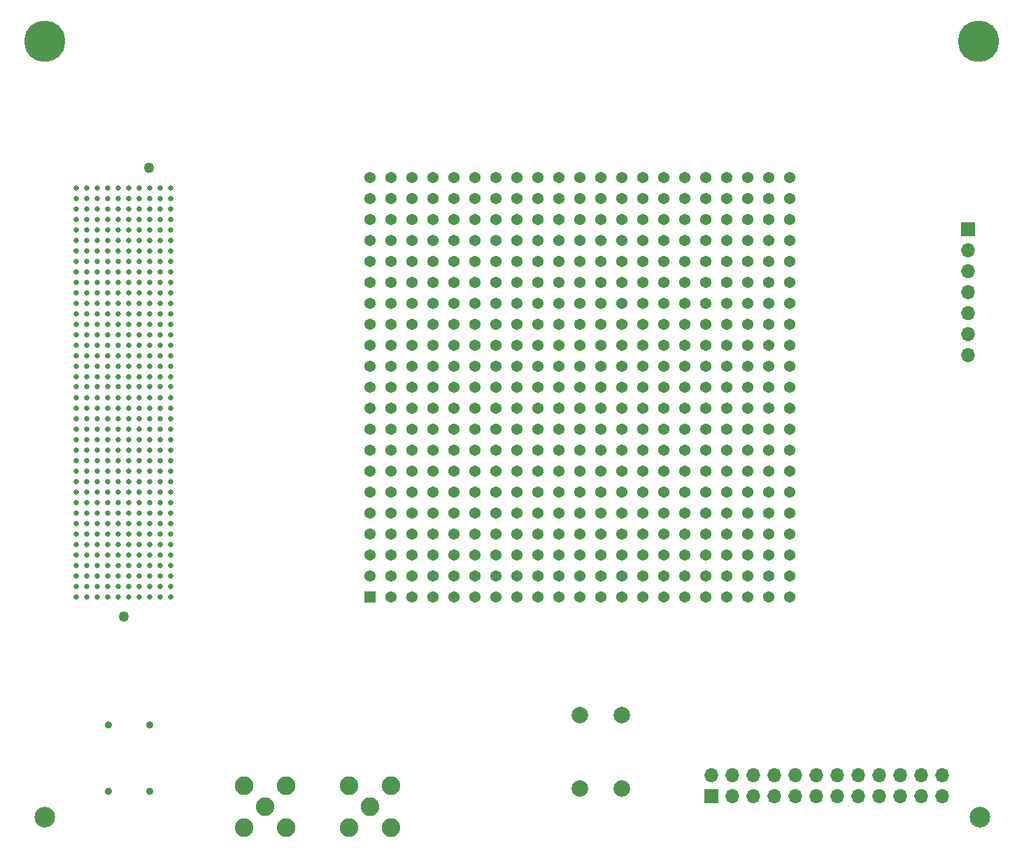
<source format=gbr>
%TF.GenerationSoftware,KiCad,Pcbnew,(6.0.9-0)*%
%TF.CreationDate,2022-12-19T14:05:18-05:00*%
%TF.ProjectId,ember-pcb,656d6265-722d-4706-9362-2e6b69636164,rev?*%
%TF.SameCoordinates,Original*%
%TF.FileFunction,Soldermask,Bot*%
%TF.FilePolarity,Negative*%
%FSLAX46Y46*%
G04 Gerber Fmt 4.6, Leading zero omitted, Abs format (unit mm)*
G04 Created by KiCad (PCBNEW (6.0.9-0)) date 2022-12-19 14:05:18*
%MOMM*%
%LPD*%
G01*
G04 APERTURE LIST*
%ADD10C,2.500000*%
%ADD11C,0.900000*%
%ADD12C,5.000000*%
%ADD13R,1.700000X1.700000*%
%ADD14O,1.700000X1.700000*%
%ADD15C,2.000000*%
%ADD16C,2.250000*%
%ADD17R,1.368000X1.368000*%
%ADD18C,1.368000*%
%ADD19C,1.270000*%
%ADD20C,0.640000*%
G04 APERTURE END LIST*
D10*
%TO.C,H3*%
X185577000Y-144990000D03*
%TD*%
D11*
%TO.C,SW2*%
X80085000Y-141930000D03*
X85085000Y-141930000D03*
%TD*%
D12*
%TO.C,H1*%
X72420000Y-51010000D03*
%TD*%
D13*
%TO.C,J3*%
X153060000Y-142455000D03*
D14*
X153060000Y-139915000D03*
X155600000Y-142455000D03*
X155600000Y-139915000D03*
X158140000Y-142455000D03*
X158140000Y-139915000D03*
X160680000Y-142455000D03*
X160680000Y-139915000D03*
X163220000Y-142455000D03*
X163220000Y-139915000D03*
X165760000Y-142455000D03*
X165760000Y-139915000D03*
X168300000Y-142455000D03*
X168300000Y-139915000D03*
X170840000Y-142455000D03*
X170840000Y-139915000D03*
X173380000Y-142455000D03*
X173380000Y-139915000D03*
X175920000Y-142455000D03*
X175920000Y-139915000D03*
X178460000Y-142455000D03*
X178460000Y-139915000D03*
X181000000Y-142455000D03*
X181000000Y-139915000D03*
%TD*%
D15*
%TO.C,FB1*%
X137165000Y-132710000D03*
X142245000Y-132710000D03*
%TD*%
D13*
%TO.C,J4*%
X184180000Y-73865000D03*
D14*
X184180000Y-76405000D03*
X184180000Y-78945000D03*
X184180000Y-81485000D03*
X184180000Y-84025000D03*
X184180000Y-86565000D03*
X184180000Y-89105000D03*
%TD*%
D15*
%TO.C,FB2*%
X137165000Y-141600000D03*
X142245000Y-141600000D03*
%TD*%
D10*
%TO.C,H4*%
X72420000Y-144990000D03*
%TD*%
D16*
%TO.C,J5*%
X99065000Y-143720000D03*
X101605000Y-146260000D03*
X96525000Y-141180000D03*
X96525000Y-146260000D03*
X101605000Y-141180000D03*
%TD*%
D11*
%TO.C,SW1*%
X80085000Y-133885000D03*
X85085000Y-133885000D03*
%TD*%
D16*
%TO.C,J2*%
X111765000Y-143720000D03*
X114305000Y-141180000D03*
X114305000Y-146260000D03*
X109225000Y-141180000D03*
X109225000Y-146260000D03*
%TD*%
D17*
%TO.C,U1*%
X111790000Y-118320000D03*
D18*
X114330000Y-118320000D03*
X116870000Y-118320000D03*
X119410000Y-118320000D03*
X121950000Y-118320000D03*
X124490000Y-118320000D03*
X127030000Y-118320000D03*
X129570000Y-118320000D03*
X132110000Y-118320000D03*
X134650000Y-118320000D03*
X137190000Y-118320000D03*
X139730000Y-118320000D03*
X142270000Y-118320000D03*
X144810000Y-118320000D03*
X147350000Y-118320000D03*
X149890000Y-118320000D03*
X152430000Y-118320000D03*
X154970000Y-118320000D03*
X157510000Y-118320000D03*
X160050000Y-118320000D03*
X162590000Y-118320000D03*
X111790000Y-115780000D03*
X114330000Y-115780000D03*
X116870000Y-115780000D03*
X119410000Y-115780000D03*
X121950000Y-115780000D03*
X124490000Y-115780000D03*
X127030000Y-115780000D03*
X129570000Y-115780000D03*
X132110000Y-115780000D03*
X134650000Y-115780000D03*
X137190000Y-115780000D03*
X139730000Y-115780000D03*
X142270000Y-115780000D03*
X144810000Y-115780000D03*
X147350000Y-115780000D03*
X149890000Y-115780000D03*
X152430000Y-115780000D03*
X154970000Y-115780000D03*
X157510000Y-115780000D03*
X160050000Y-115780000D03*
X162590000Y-115780000D03*
X111790000Y-113240000D03*
X114330000Y-113240000D03*
X116870000Y-113240000D03*
X119410000Y-113240000D03*
X121950000Y-113240000D03*
X124490000Y-113240000D03*
X127030000Y-113240000D03*
X129570000Y-113240000D03*
X132110000Y-113240000D03*
X134650000Y-113240000D03*
X137190000Y-113240000D03*
X139730000Y-113240000D03*
X142270000Y-113240000D03*
X144810000Y-113240000D03*
X147350000Y-113240000D03*
X149890000Y-113240000D03*
X152430000Y-113240000D03*
X154970000Y-113240000D03*
X157510000Y-113240000D03*
X160050000Y-113240000D03*
X162590000Y-113240000D03*
X111790000Y-110700000D03*
X114330000Y-110700000D03*
X116870000Y-110700000D03*
X119410000Y-110700000D03*
X121950000Y-110700000D03*
X124490000Y-110700000D03*
X127030000Y-110700000D03*
X129570000Y-110700000D03*
X132110000Y-110700000D03*
X134650000Y-110700000D03*
X137190000Y-110700000D03*
X139730000Y-110700000D03*
X142270000Y-110700000D03*
X144810000Y-110700000D03*
X147350000Y-110700000D03*
X149890000Y-110700000D03*
X152430000Y-110700000D03*
X154970000Y-110700000D03*
X157510000Y-110700000D03*
X160050000Y-110700000D03*
X162590000Y-110700000D03*
X111790000Y-108160000D03*
X114330000Y-108160000D03*
X116870000Y-108160000D03*
X119410000Y-108160000D03*
X121950000Y-108160000D03*
X124490000Y-108160000D03*
X127030000Y-108160000D03*
X129570000Y-108160000D03*
X132110000Y-108160000D03*
X134650000Y-108160000D03*
X137190000Y-108160000D03*
X139730000Y-108160000D03*
X142270000Y-108160000D03*
X144810000Y-108160000D03*
X147350000Y-108160000D03*
X149890000Y-108160000D03*
X152430000Y-108160000D03*
X154970000Y-108160000D03*
X157510000Y-108160000D03*
X160050000Y-108160000D03*
X162590000Y-108160000D03*
X111790000Y-105620000D03*
X114330000Y-105620000D03*
X116870000Y-105620000D03*
X119410000Y-105620000D03*
X121950000Y-105620000D03*
X124490000Y-105620000D03*
X127030000Y-105620000D03*
X129570000Y-105620000D03*
X132110000Y-105620000D03*
X134650000Y-105620000D03*
X137190000Y-105620000D03*
X139730000Y-105620000D03*
X142270000Y-105620000D03*
X144810000Y-105620000D03*
X147350000Y-105620000D03*
X149890000Y-105620000D03*
X152430000Y-105620000D03*
X154970000Y-105620000D03*
X157510000Y-105620000D03*
X160050000Y-105620000D03*
X162590000Y-105620000D03*
X111790000Y-103080000D03*
X114330000Y-103080000D03*
X116870000Y-103080000D03*
X119410000Y-103080000D03*
X121950000Y-103080000D03*
X124490000Y-103080000D03*
X127030000Y-103080000D03*
X129570000Y-103080000D03*
X132110000Y-103080000D03*
X134650000Y-103080000D03*
X137190000Y-103080000D03*
X139730000Y-103080000D03*
X142270000Y-103080000D03*
X144810000Y-103080000D03*
X147350000Y-103080000D03*
X149890000Y-103080000D03*
X152430000Y-103080000D03*
X154970000Y-103080000D03*
X157510000Y-103080000D03*
X160050000Y-103080000D03*
X162590000Y-103080000D03*
X111790000Y-100540000D03*
X114330000Y-100540000D03*
X116870000Y-100540000D03*
X119410000Y-100540000D03*
X121950000Y-100540000D03*
X124490000Y-100540000D03*
X127030000Y-100540000D03*
X129570000Y-100540000D03*
X132110000Y-100540000D03*
X134650000Y-100540000D03*
X137190000Y-100540000D03*
X139730000Y-100540000D03*
X142270000Y-100540000D03*
X144810000Y-100540000D03*
X147350000Y-100540000D03*
X149890000Y-100540000D03*
X152430000Y-100540000D03*
X154970000Y-100540000D03*
X157510000Y-100540000D03*
X160050000Y-100540000D03*
X162590000Y-100540000D03*
X111790000Y-98000000D03*
X114330000Y-98000000D03*
X116870000Y-98000000D03*
X119410000Y-98000000D03*
X121950000Y-98000000D03*
X124490000Y-98000000D03*
X127030000Y-98000000D03*
X129570000Y-98000000D03*
X132110000Y-98000000D03*
X134650000Y-98000000D03*
X137190000Y-98000000D03*
X139730000Y-98000000D03*
X142270000Y-98000000D03*
X144810000Y-98000000D03*
X147350000Y-98000000D03*
X149890000Y-98000000D03*
X152430000Y-98000000D03*
X154970000Y-98000000D03*
X157510000Y-98000000D03*
X160050000Y-98000000D03*
X162590000Y-98000000D03*
X111790000Y-95460000D03*
X114330000Y-95460000D03*
X116870000Y-95460000D03*
X119410000Y-95460000D03*
X121950000Y-95460000D03*
X124490000Y-95460000D03*
X127030000Y-95460000D03*
X129570000Y-95460000D03*
X132110000Y-95460000D03*
X134650000Y-95460000D03*
X137190000Y-95460000D03*
X139730000Y-95460000D03*
X142270000Y-95460000D03*
X144810000Y-95460000D03*
X147350000Y-95460000D03*
X149890000Y-95460000D03*
X152430000Y-95460000D03*
X154970000Y-95460000D03*
X157510000Y-95460000D03*
X160050000Y-95460000D03*
X162590000Y-95460000D03*
X111790000Y-92920000D03*
X114330000Y-92920000D03*
X116870000Y-92920000D03*
X119410000Y-92920000D03*
X121950000Y-92920000D03*
X124490000Y-92920000D03*
X127030000Y-92920000D03*
X129570000Y-92920000D03*
X132110000Y-92920000D03*
X134650000Y-92920000D03*
X137190000Y-92920000D03*
X139730000Y-92920000D03*
X142270000Y-92920000D03*
X144810000Y-92920000D03*
X147350000Y-92920000D03*
X149890000Y-92920000D03*
X152430000Y-92920000D03*
X154970000Y-92920000D03*
X157510000Y-92920000D03*
X160050000Y-92920000D03*
X162590000Y-92920000D03*
X111790000Y-90380000D03*
X114330000Y-90380000D03*
X116870000Y-90380000D03*
X119410000Y-90380000D03*
X121950000Y-90380000D03*
X124490000Y-90380000D03*
X127030000Y-90380000D03*
X129570000Y-90380000D03*
X132110000Y-90380000D03*
X134650000Y-90380000D03*
X137190000Y-90380000D03*
X139730000Y-90380000D03*
X142270000Y-90380000D03*
X144810000Y-90380000D03*
X147350000Y-90380000D03*
X149890000Y-90380000D03*
X152430000Y-90380000D03*
X154970000Y-90380000D03*
X157510000Y-90380000D03*
X160050000Y-90380000D03*
X162590000Y-90380000D03*
X111790000Y-87840000D03*
X114330000Y-87840000D03*
X116870000Y-87840000D03*
X119410000Y-87840000D03*
X121950000Y-87840000D03*
X124490000Y-87840000D03*
X127030000Y-87840000D03*
X129570000Y-87840000D03*
X132110000Y-87840000D03*
X134650000Y-87840000D03*
X137190000Y-87840000D03*
X139730000Y-87840000D03*
X142270000Y-87840000D03*
X144810000Y-87840000D03*
X147350000Y-87840000D03*
X149890000Y-87840000D03*
X152430000Y-87840000D03*
X154970000Y-87840000D03*
X157510000Y-87840000D03*
X160050000Y-87840000D03*
X162590000Y-87840000D03*
X111790000Y-85300000D03*
X114330000Y-85300000D03*
X116870000Y-85300000D03*
X119410000Y-85300000D03*
X121950000Y-85300000D03*
X124490000Y-85300000D03*
X127030000Y-85300000D03*
X129570000Y-85300000D03*
X132110000Y-85300000D03*
X134650000Y-85300000D03*
X137190000Y-85300000D03*
X139730000Y-85300000D03*
X142270000Y-85300000D03*
X144810000Y-85300000D03*
X147350000Y-85300000D03*
X149890000Y-85300000D03*
X152430000Y-85300000D03*
X154970000Y-85300000D03*
X157510000Y-85300000D03*
X160050000Y-85300000D03*
X162590000Y-85300000D03*
X111790000Y-82760000D03*
X114330000Y-82760000D03*
X116870000Y-82760000D03*
X119410000Y-82760000D03*
X121950000Y-82760000D03*
X124490000Y-82760000D03*
X127030000Y-82760000D03*
X129570000Y-82760000D03*
X132110000Y-82760000D03*
X134650000Y-82760000D03*
X137190000Y-82760000D03*
X139730000Y-82760000D03*
X142270000Y-82760000D03*
X144810000Y-82760000D03*
X147350000Y-82760000D03*
X149890000Y-82760000D03*
X152430000Y-82760000D03*
X154970000Y-82760000D03*
X157510000Y-82760000D03*
X160050000Y-82760000D03*
X162590000Y-82760000D03*
X111790000Y-80220000D03*
X114330000Y-80220000D03*
X116870000Y-80220000D03*
X119410000Y-80220000D03*
X121950000Y-80220000D03*
X124490000Y-80220000D03*
X127030000Y-80220000D03*
X129570000Y-80220000D03*
X132110000Y-80220000D03*
X134650000Y-80220000D03*
X137190000Y-80220000D03*
X139730000Y-80220000D03*
X142270000Y-80220000D03*
X144810000Y-80220000D03*
X147350000Y-80220000D03*
X149890000Y-80220000D03*
X152430000Y-80220000D03*
X154970000Y-80220000D03*
X157510000Y-80220000D03*
X160050000Y-80220000D03*
X162590000Y-80220000D03*
X111790000Y-77680000D03*
X114330000Y-77680000D03*
X116870000Y-77680000D03*
X119410000Y-77680000D03*
X121950000Y-77680000D03*
X124490000Y-77680000D03*
X127030000Y-77680000D03*
X129570000Y-77680000D03*
X132110000Y-77680000D03*
X134650000Y-77680000D03*
X137190000Y-77680000D03*
X139730000Y-77680000D03*
X142270000Y-77680000D03*
X144810000Y-77680000D03*
X147350000Y-77680000D03*
X149890000Y-77680000D03*
X152430000Y-77680000D03*
X154970000Y-77680000D03*
X157510000Y-77680000D03*
X160050000Y-77680000D03*
X162590000Y-77680000D03*
X111790000Y-75140000D03*
X114330000Y-75140000D03*
X116870000Y-75140000D03*
X119410000Y-75140000D03*
X121950000Y-75140000D03*
X124490000Y-75140000D03*
X127030000Y-75140000D03*
X129570000Y-75140000D03*
X132110000Y-75140000D03*
X134650000Y-75140000D03*
X137190000Y-75140000D03*
X139730000Y-75140000D03*
X142270000Y-75140000D03*
X144810000Y-75140000D03*
X147350000Y-75140000D03*
X149890000Y-75140000D03*
X152430000Y-75140000D03*
X154970000Y-75140000D03*
X157510000Y-75140000D03*
X160050000Y-75140000D03*
X162590000Y-75140000D03*
X111790000Y-72600000D03*
X114330000Y-72600000D03*
X116870000Y-72600000D03*
X119410000Y-72600000D03*
X121950000Y-72600000D03*
X124490000Y-72600000D03*
X127030000Y-72600000D03*
X129570000Y-72600000D03*
X132110000Y-72600000D03*
X134650000Y-72600000D03*
X137190000Y-72600000D03*
X139730000Y-72600000D03*
X142270000Y-72600000D03*
X144810000Y-72600000D03*
X147350000Y-72600000D03*
X149890000Y-72600000D03*
X152430000Y-72600000D03*
X154970000Y-72600000D03*
X157510000Y-72600000D03*
X160050000Y-72600000D03*
X162590000Y-72600000D03*
X111790000Y-70060000D03*
X114330000Y-70060000D03*
X116870000Y-70060000D03*
X119410000Y-70060000D03*
X121950000Y-70060000D03*
X124490000Y-70060000D03*
X127030000Y-70060000D03*
X129570000Y-70060000D03*
X132110000Y-70060000D03*
X134650000Y-70060000D03*
X137190000Y-70060000D03*
X139730000Y-70060000D03*
X142270000Y-70060000D03*
X144810000Y-70060000D03*
X147350000Y-70060000D03*
X149890000Y-70060000D03*
X152430000Y-70060000D03*
X154970000Y-70060000D03*
X157510000Y-70060000D03*
X160050000Y-70060000D03*
X162590000Y-70060000D03*
X111790000Y-67520000D03*
X114330000Y-67520000D03*
X116870000Y-67520000D03*
X119410000Y-67520000D03*
X121950000Y-67520000D03*
X124490000Y-67520000D03*
X127030000Y-67520000D03*
X129570000Y-67520000D03*
X132110000Y-67520000D03*
X134650000Y-67520000D03*
X137190000Y-67520000D03*
X139730000Y-67520000D03*
X142270000Y-67520000D03*
X144810000Y-67520000D03*
X147350000Y-67520000D03*
X149890000Y-67520000D03*
X152430000Y-67520000D03*
X154970000Y-67520000D03*
X157510000Y-67520000D03*
X160050000Y-67520000D03*
X162590000Y-67520000D03*
%TD*%
D12*
%TO.C,H2*%
X185450000Y-51010000D03*
%TD*%
D19*
%TO.C,J1*%
X81945000Y-120745000D03*
X84995000Y-66365000D03*
D20*
X76230000Y-118320000D03*
X76230000Y-117050000D03*
X76230000Y-115780000D03*
X76230000Y-114510000D03*
X76230000Y-113240000D03*
X76230000Y-111970000D03*
X76230000Y-110700000D03*
X76230000Y-109430000D03*
X76230000Y-108160000D03*
X76230000Y-106890000D03*
X76230000Y-105620000D03*
X76230000Y-104350000D03*
X76230000Y-103080000D03*
X76230000Y-101810000D03*
X76230000Y-100540000D03*
X76230000Y-99270000D03*
X76230000Y-98000000D03*
X76230000Y-96730000D03*
X76230000Y-95460000D03*
X76230000Y-94195000D03*
X76230000Y-92915000D03*
X76230000Y-91650000D03*
X76230000Y-90380000D03*
X76230000Y-89110000D03*
X76230000Y-87840000D03*
X76230000Y-86570000D03*
X76230000Y-85300000D03*
X76230000Y-84030000D03*
X76230000Y-82760000D03*
X76230000Y-81490000D03*
X76230000Y-80220000D03*
X76230000Y-78950000D03*
X76230000Y-77680000D03*
X76230000Y-76410000D03*
X76230000Y-75140000D03*
X76230000Y-73870000D03*
X76230000Y-72600000D03*
X76230000Y-71330000D03*
X76230000Y-70060000D03*
X76230000Y-68790000D03*
X77500000Y-118320000D03*
X77500000Y-117050000D03*
X77500000Y-115780000D03*
X77500000Y-114510000D03*
X77500000Y-113240000D03*
X77500000Y-111970000D03*
X77500000Y-110700000D03*
X77500000Y-109430000D03*
X77500000Y-108160000D03*
X77500000Y-106890000D03*
X77500000Y-105620000D03*
X77500000Y-104350000D03*
X77500000Y-103080000D03*
X77500000Y-101810000D03*
X77500000Y-100540000D03*
X77500000Y-99270000D03*
X77500000Y-98000000D03*
X77500000Y-96730000D03*
X77500000Y-95460000D03*
X77500000Y-94195000D03*
X77500000Y-92915000D03*
X77500000Y-91650000D03*
X77500000Y-90380000D03*
X77500000Y-89110000D03*
X77500000Y-87840000D03*
X77500000Y-86570000D03*
X77500000Y-85300000D03*
X77500000Y-84030000D03*
X77500000Y-82760000D03*
X77500000Y-81490000D03*
X77500000Y-80220000D03*
X77500000Y-78950000D03*
X77500000Y-77680000D03*
X77500000Y-76410000D03*
X77500000Y-75140000D03*
X77500000Y-73870000D03*
X77500000Y-72600000D03*
X77500000Y-71330000D03*
X77500000Y-70060000D03*
X77500000Y-68790000D03*
X78770000Y-118320000D03*
X78770000Y-117050000D03*
X78770000Y-115780000D03*
X78770000Y-114510000D03*
X78770000Y-113240000D03*
X78770000Y-111970000D03*
X78770000Y-110700000D03*
X78770000Y-109430000D03*
X78770000Y-108160000D03*
X78770000Y-106890000D03*
X78770000Y-105620000D03*
X78770000Y-104350000D03*
X78770000Y-103080000D03*
X78770000Y-101810000D03*
X78770000Y-100540000D03*
X78770000Y-99270000D03*
X78770000Y-98000000D03*
X78770000Y-96730000D03*
X78770000Y-95460000D03*
X78770000Y-94195000D03*
X78770000Y-92915000D03*
X78770000Y-91650000D03*
X78770000Y-90380000D03*
X78770000Y-89110000D03*
X78770000Y-87840000D03*
X78770000Y-86570000D03*
X78770000Y-85300000D03*
X78770000Y-84030000D03*
X78770000Y-82760000D03*
X78770000Y-81490000D03*
X78770000Y-80220000D03*
X78770000Y-78950000D03*
X78770000Y-77680000D03*
X78770000Y-76410000D03*
X78770000Y-75140000D03*
X78770000Y-73870000D03*
X78770000Y-72600000D03*
X78770000Y-71330000D03*
X78770000Y-70060000D03*
X78770000Y-68790000D03*
X80040000Y-118320000D03*
X80040000Y-117050000D03*
X80040000Y-115780000D03*
X80040000Y-114510000D03*
X80040000Y-113240000D03*
X80040000Y-111970000D03*
X80040000Y-110700000D03*
X80040000Y-109430000D03*
X80040000Y-108160000D03*
X80040000Y-106890000D03*
X80040000Y-105620000D03*
X80040000Y-104350000D03*
X80040000Y-103080000D03*
X80040000Y-101810000D03*
X80040000Y-100540000D03*
X80040000Y-99270000D03*
X80040000Y-98000000D03*
X80040000Y-96730000D03*
X80040000Y-95460000D03*
X80040000Y-94195000D03*
X80040000Y-92915000D03*
X80040000Y-91650000D03*
X80040000Y-90380000D03*
X80040000Y-89110000D03*
X80040000Y-87840000D03*
X80040000Y-86570000D03*
X80040000Y-85300000D03*
X80040000Y-84030000D03*
X80040000Y-82760000D03*
X80040000Y-81490000D03*
X80040000Y-80220000D03*
X80040000Y-78950000D03*
X80040000Y-77680000D03*
X80040000Y-76410000D03*
X80040000Y-75140000D03*
X80040000Y-73870000D03*
X80040000Y-72600000D03*
X80040000Y-71330000D03*
X80040000Y-70060000D03*
X80040000Y-68790000D03*
X81305000Y-118320000D03*
X81305000Y-117050000D03*
X81305000Y-115780000D03*
X81305000Y-114510000D03*
X81305000Y-113240000D03*
X81305000Y-111970000D03*
X81305000Y-110700000D03*
X81305000Y-109430000D03*
X81305000Y-108160000D03*
X81305000Y-106890000D03*
X81305000Y-105620000D03*
X81305000Y-104350000D03*
X81305000Y-103080000D03*
X81305000Y-101810000D03*
X81305000Y-100540000D03*
X81305000Y-99270000D03*
X81305000Y-98000000D03*
X81305000Y-96730000D03*
X81305000Y-95460000D03*
X81305000Y-94195000D03*
X81305000Y-92915000D03*
X81305000Y-91650000D03*
X81305000Y-90380000D03*
X81305000Y-89110000D03*
X81305000Y-87840000D03*
X81305000Y-86570000D03*
X81305000Y-85300000D03*
X81305000Y-84030000D03*
X81305000Y-82760000D03*
X81305000Y-81490000D03*
X81305000Y-80220000D03*
X81305000Y-78950000D03*
X81305000Y-77680000D03*
X81305000Y-76410000D03*
X81305000Y-75140000D03*
X81305000Y-73870000D03*
X81305000Y-72600000D03*
X81305000Y-71330000D03*
X81305000Y-70060000D03*
X81305000Y-68790000D03*
X82585000Y-118320000D03*
X82585000Y-117050000D03*
X82585000Y-115780000D03*
X82585000Y-114510000D03*
X82585000Y-113240000D03*
X82585000Y-111970000D03*
X82585000Y-110700000D03*
X82585000Y-109430000D03*
X82585000Y-108160000D03*
X82585000Y-106890000D03*
X82585000Y-105620000D03*
X82585000Y-104350000D03*
X82585000Y-103080000D03*
X82585000Y-101810000D03*
X82585000Y-100540000D03*
X82585000Y-99270000D03*
X82585000Y-98000000D03*
X82585000Y-96730000D03*
X82585000Y-95460000D03*
X82585000Y-94195000D03*
X82585000Y-92915000D03*
X82585000Y-91650000D03*
X82585000Y-90380000D03*
X82585000Y-89110000D03*
X82585000Y-87840000D03*
X82585000Y-86570000D03*
X82585000Y-85300000D03*
X82585000Y-84030000D03*
X82585000Y-82760000D03*
X82585000Y-81490000D03*
X82585000Y-80220000D03*
X82585000Y-78950000D03*
X82585000Y-77680000D03*
X82585000Y-76410000D03*
X82585000Y-75140000D03*
X82585000Y-73870000D03*
X82585000Y-72600000D03*
X82585000Y-71330000D03*
X82585000Y-70060000D03*
X82585000Y-68790000D03*
X83850000Y-118320000D03*
X83850000Y-117050000D03*
X83850000Y-115780000D03*
X83850000Y-114510000D03*
X83850000Y-113240000D03*
X83850000Y-111970000D03*
X83850000Y-110700000D03*
X83850000Y-109430000D03*
X83850000Y-108160000D03*
X83850000Y-106890000D03*
X83850000Y-105620000D03*
X83850000Y-104350000D03*
X83850000Y-103080000D03*
X83850000Y-101810000D03*
X83850000Y-100540000D03*
X83850000Y-99270000D03*
X83850000Y-98000000D03*
X83850000Y-96730000D03*
X83850000Y-95460000D03*
X83850000Y-94195000D03*
X83850000Y-92915000D03*
X83850000Y-91650000D03*
X83850000Y-90380000D03*
X83850000Y-89110000D03*
X83850000Y-87840000D03*
X83850000Y-86570000D03*
X83850000Y-85300000D03*
X83850000Y-84030000D03*
X83850000Y-82760000D03*
X83850000Y-81490000D03*
X83850000Y-80220000D03*
X83850000Y-78950000D03*
X83850000Y-77680000D03*
X83850000Y-76410000D03*
X83850000Y-75140000D03*
X83850000Y-73870000D03*
X83850000Y-72600000D03*
X83850000Y-71330000D03*
X83850000Y-70060000D03*
X83850000Y-68790000D03*
X85120000Y-118320000D03*
X85120000Y-117050000D03*
X85120000Y-115780000D03*
X85120000Y-114510000D03*
X85120000Y-113240000D03*
X85120000Y-111970000D03*
X85120000Y-110700000D03*
X85120000Y-109430000D03*
X85120000Y-108160000D03*
X85120000Y-106890000D03*
X85120000Y-105620000D03*
X85120000Y-104350000D03*
X85120000Y-103080000D03*
X85120000Y-101810000D03*
X85120000Y-100540000D03*
X85120000Y-99270000D03*
X85120000Y-98000000D03*
X85120000Y-96730000D03*
X85120000Y-95460000D03*
X85120000Y-94195000D03*
X85120000Y-92915000D03*
X85120000Y-91650000D03*
X85120000Y-90380000D03*
X85120000Y-89110000D03*
X85120000Y-87840000D03*
X85120000Y-86570000D03*
X85120000Y-85300000D03*
X85120000Y-84030000D03*
X85120000Y-82760000D03*
X85120000Y-81490000D03*
X85120000Y-80220000D03*
X85120000Y-78950000D03*
X85120000Y-77680000D03*
X85120000Y-76410000D03*
X85120000Y-75140000D03*
X85120000Y-73870000D03*
X85120000Y-72600000D03*
X85120000Y-71330000D03*
X85120000Y-70060000D03*
X85120000Y-68790000D03*
X86390000Y-118320000D03*
X86390000Y-117050000D03*
X86390000Y-115780000D03*
X86390000Y-114510000D03*
X86390000Y-113240000D03*
X86390000Y-111970000D03*
X86390000Y-110700000D03*
X86390000Y-109430000D03*
X86390000Y-108160000D03*
X86390000Y-106890000D03*
X86390000Y-105620000D03*
X86390000Y-104350000D03*
X86390000Y-103080000D03*
X86390000Y-101810000D03*
X86390000Y-100540000D03*
X86390000Y-99270000D03*
X86390000Y-98000000D03*
X86390000Y-96730000D03*
X86390000Y-95460000D03*
X86390000Y-94195000D03*
X86390000Y-92915000D03*
X86390000Y-91650000D03*
X86390000Y-90380000D03*
X86390000Y-89110000D03*
X86390000Y-87840000D03*
X86390000Y-86570000D03*
X86390000Y-85300000D03*
X86390000Y-84030000D03*
X86390000Y-82760000D03*
X86390000Y-81490000D03*
X86390000Y-80220000D03*
X86390000Y-78950000D03*
X86390000Y-77680000D03*
X86390000Y-76410000D03*
X86390000Y-75140000D03*
X86390000Y-73870000D03*
X86390000Y-72600000D03*
X86390000Y-71330000D03*
X86390000Y-70060000D03*
X86390000Y-68790000D03*
X87660000Y-118320000D03*
X87660000Y-117050000D03*
X87660000Y-115780000D03*
X87660000Y-114510000D03*
X87660000Y-113240000D03*
X87660000Y-111970000D03*
X87660000Y-110700000D03*
X87660000Y-109430000D03*
X87660000Y-108160000D03*
X87660000Y-106890000D03*
X87660000Y-105620000D03*
X87660000Y-104350000D03*
X87660000Y-103080000D03*
X87660000Y-101810000D03*
X87660000Y-100540000D03*
X87660000Y-99270000D03*
X87660000Y-98000000D03*
X87660000Y-96730000D03*
X87660000Y-95460000D03*
X87660000Y-94195000D03*
X87660000Y-92915000D03*
X87660000Y-91650000D03*
X87660000Y-90380000D03*
X87660000Y-89110000D03*
X87660000Y-87840000D03*
X87660000Y-86570000D03*
X87660000Y-85300000D03*
X87660000Y-84030000D03*
X87660000Y-82760000D03*
X87660000Y-81490000D03*
X87660000Y-80220000D03*
X87660000Y-78950000D03*
X87660000Y-77680000D03*
X87660000Y-76410000D03*
X87660000Y-75140000D03*
X87660000Y-73870000D03*
X87660000Y-72600000D03*
X87660000Y-71330000D03*
X87660000Y-70060000D03*
X87660000Y-68790000D03*
%TD*%
M02*

</source>
